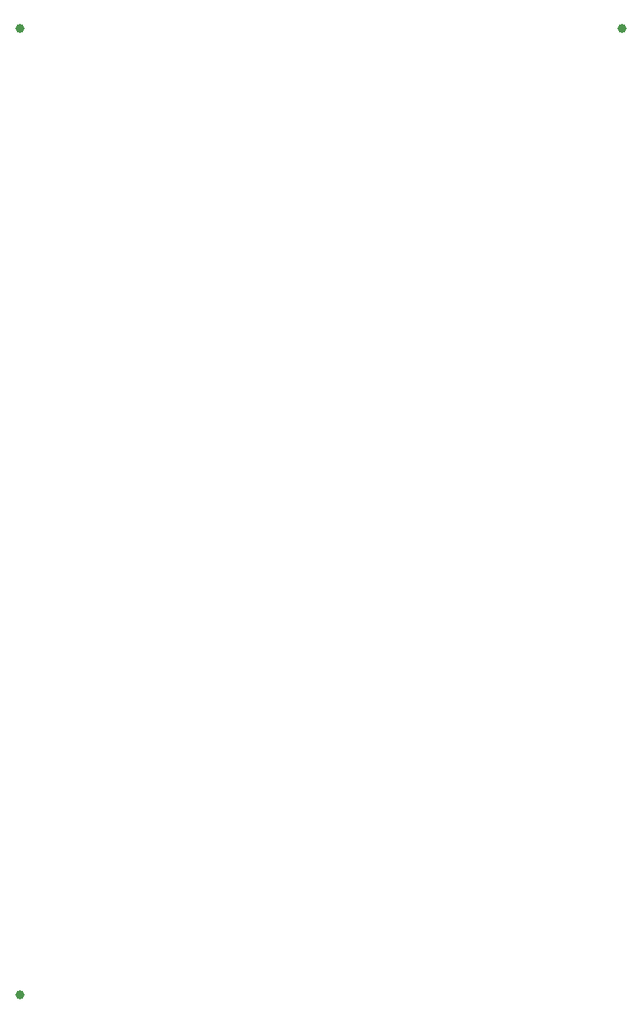
<source format=gbp>
G04*
G04 #@! TF.GenerationSoftware,Altium Limited,Altium Designer,18.1.9 (240)*
G04*
G04 Layer_Color=128*
%FSAX25Y25*%
%MOIN*%
G70*
G01*
G75*
%ADD10C,0.03937*%
D10*
X0524000Y0568567D02*
D03*
X0262500D02*
D03*
Y0149433D02*
D03*
M02*

</source>
